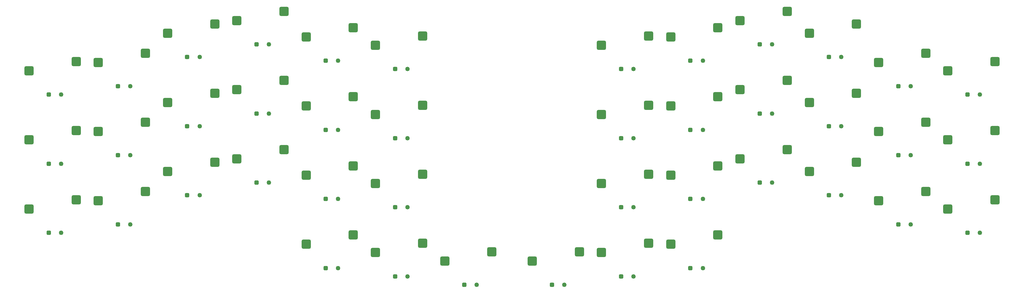
<source format=gbr>
%TF.GenerationSoftware,KiCad,Pcbnew,9.0.7*%
%TF.CreationDate,2026-02-08T19:38:27+03:00*%
%TF.ProjectId,mriya-pcb-1.1.3,6d726979-612d-4706-9362-2d312e312e33,1.1.3*%
%TF.SameCoordinates,Original*%
%TF.FileFunction,Paste,Bot*%
%TF.FilePolarity,Positive*%
%FSLAX46Y46*%
G04 Gerber Fmt 4.6, Leading zero omitted, Abs format (unit mm)*
G04 Created by KiCad (PCBNEW 9.0.7) date 2026-02-08 19:38:27*
%MOMM*%
%LPD*%
G01*
G04 APERTURE LIST*
G04 Aperture macros list*
%AMRoundRect*
0 Rectangle with rounded corners*
0 $1 Rounding radius*
0 $2 $3 $4 $5 $6 $7 $8 $9 X,Y pos of 4 corners*
0 Add a 4 corners polygon primitive as box body*
4,1,4,$2,$3,$4,$5,$6,$7,$8,$9,$2,$3,0*
0 Add four circle primitives for the rounded corners*
1,1,$1+$1,$2,$3*
1,1,$1+$1,$4,$5*
1,1,$1+$1,$6,$7*
1,1,$1+$1,$8,$9*
0 Add four rect primitives between the rounded corners*
20,1,$1+$1,$2,$3,$4,$5,0*
20,1,$1+$1,$4,$5,$6,$7,0*
20,1,$1+$1,$6,$7,$8,$9,0*
20,1,$1+$1,$8,$9,$2,$3,0*%
G04 Aperture macros list end*
%ADD10RoundRect,0.400000X0.875000X0.850000X-0.875000X0.850000X-0.875000X-0.850000X0.875000X-0.850000X0*%
%ADD11RoundRect,0.300000X-0.300000X-0.300000X0.300000X-0.300000X0.300000X0.300000X-0.300000X0.300000X0*%
%ADD12C,1.250000*%
G04 APERTURE END LIST*
D10*
%TO.C,SW25*%
X237915000Y-42960000D03*
X250842000Y-40420000D03*
%TD*%
%TO.C,SW18*%
X137915000Y-87760000D03*
X150842000Y-85220000D03*
%TD*%
%TO.C,SW20*%
X137915000Y-106760000D03*
X150842000Y-104220000D03*
%TD*%
%TO.C,SW5*%
X118915000Y-47460000D03*
X131842000Y-44920000D03*
%TD*%
%TO.C,SW12*%
X137915000Y-68760000D03*
X150842000Y-66220000D03*
%TD*%
%TO.C,SW28*%
X294915000Y-75760000D03*
X307842000Y-73220000D03*
%TD*%
%TO.C,SW7*%
X42915000Y-75760000D03*
X55842000Y-73220000D03*
%TD*%
%TO.C,SW36*%
X256915000Y-84460000D03*
X269842000Y-81920000D03*
%TD*%
%TO.C,SW29*%
X275915000Y-73460000D03*
X288842000Y-70920000D03*
%TD*%
%TO.C,SW9*%
X80915000Y-65460000D03*
X93842000Y-62920000D03*
%TD*%
%TO.C,SW19*%
X118915000Y-104460000D03*
X131842000Y-101920000D03*
%TD*%
%TO.C,SW3*%
X80915000Y-46460000D03*
X93842000Y-43920000D03*
%TD*%
%TO.C,SW27*%
X199915000Y-49760000D03*
X212842000Y-47220000D03*
%TD*%
%TO.C,SW11*%
X118915000Y-66460000D03*
X131842000Y-63920000D03*
%TD*%
%TO.C,SW38*%
X218915000Y-85460000D03*
X231842000Y-82920000D03*
%TD*%
%TO.C,SW37*%
X237915000Y-80960000D03*
X250842000Y-78420000D03*
%TD*%
%TO.C,SW26*%
X218915000Y-47460000D03*
X231842000Y-44920000D03*
%TD*%
%TO.C,SW41*%
X199915000Y-106760000D03*
X212842000Y-104220000D03*
%TD*%
%TO.C,SW31*%
X237915000Y-61960000D03*
X250842000Y-59420000D03*
%TD*%
%TO.C,SW1*%
X42915000Y-56760000D03*
X55842000Y-54220000D03*
%TD*%
%TO.C,SW4*%
X99915000Y-42960000D03*
X112842000Y-40420000D03*
%TD*%
%TO.C,SW40*%
X218915000Y-104460000D03*
X231842000Y-101920000D03*
%TD*%
%TO.C,SW2*%
X61915000Y-54460000D03*
X74842000Y-51920000D03*
%TD*%
%TO.C,SW13*%
X42915000Y-94760000D03*
X55842000Y-92220000D03*
%TD*%
%TO.C,SW35*%
X275915000Y-92460000D03*
X288842000Y-89920000D03*
%TD*%
%TO.C,SW10*%
X99915000Y-61960000D03*
X112842000Y-59420000D03*
%TD*%
%TO.C,SW21*%
X156915000Y-109060000D03*
X169842000Y-106520000D03*
%TD*%
%TO.C,SW22*%
X294915000Y-56760000D03*
X307842000Y-54220000D03*
%TD*%
%TO.C,SW6*%
X137915000Y-49760000D03*
X150842000Y-47220000D03*
%TD*%
%TO.C,SW34*%
X294915000Y-94760000D03*
X307842000Y-92220000D03*
%TD*%
%TO.C,SW42*%
X180915000Y-109060000D03*
X193842000Y-106520000D03*
%TD*%
%TO.C,SW8*%
X61915000Y-73460000D03*
X74842000Y-70920000D03*
%TD*%
%TO.C,SW30*%
X256915000Y-65460000D03*
X269842000Y-62920000D03*
%TD*%
%TO.C,SW15*%
X80915000Y-84460000D03*
X93842000Y-81920000D03*
%TD*%
%TO.C,SW17*%
X118915000Y-85460000D03*
X131842000Y-82920000D03*
%TD*%
%TO.C,SW23*%
X275915000Y-54460000D03*
X288842000Y-51920000D03*
%TD*%
%TO.C,SW32*%
X218915000Y-66460000D03*
X231842000Y-63920000D03*
%TD*%
%TO.C,SW14*%
X61915000Y-92460000D03*
X74842000Y-89920000D03*
%TD*%
%TO.C,SW24*%
X256915000Y-46460000D03*
X269842000Y-43920000D03*
%TD*%
%TO.C,SW39*%
X199915000Y-87760000D03*
X212842000Y-85220000D03*
%TD*%
%TO.C,SW16*%
X99915000Y-80960000D03*
X112842000Y-78420000D03*
%TD*%
%TO.C,SW33*%
X199915000Y-68760000D03*
X212842000Y-66220000D03*
%TD*%
D11*
%TO.C,D35*%
X281300000Y-99000000D03*
D12*
X284700000Y-99000000D03*
%TD*%
D11*
%TO.C,D36*%
X262300000Y-91000000D03*
D12*
X265700000Y-91000000D03*
%TD*%
D11*
%TO.C,D24*%
X262300000Y-53000000D03*
D12*
X265700000Y-53000000D03*
%TD*%
D11*
%TO.C,D27*%
X205300000Y-56300000D03*
D12*
X208700000Y-56300000D03*
%TD*%
D11*
%TO.C,D5*%
X124300000Y-54000000D03*
D12*
X127700000Y-54000000D03*
%TD*%
D11*
%TO.C,D20*%
X143300000Y-113300000D03*
D12*
X146700000Y-113300000D03*
%TD*%
D11*
%TO.C,D42*%
X186300000Y-115600000D03*
D12*
X189700000Y-115600000D03*
%TD*%
D11*
%TO.C,D19*%
X124300000Y-111000000D03*
D12*
X127700000Y-111000000D03*
%TD*%
D11*
%TO.C,D34*%
X300300000Y-101300000D03*
D12*
X303700000Y-101300000D03*
%TD*%
D11*
%TO.C,D14*%
X67300000Y-99000000D03*
D12*
X70700000Y-99000000D03*
%TD*%
D11*
%TO.C,D15*%
X86300000Y-91000000D03*
D12*
X89700000Y-91000000D03*
%TD*%
D11*
%TO.C,D39*%
X205300000Y-94300000D03*
D12*
X208700000Y-94300000D03*
%TD*%
D11*
%TO.C,D40*%
X224300000Y-111000000D03*
D12*
X227700000Y-111000000D03*
%TD*%
D11*
%TO.C,D4*%
X105300000Y-49500000D03*
D12*
X108700000Y-49500000D03*
%TD*%
D11*
%TO.C,D18*%
X143300000Y-94300000D03*
D12*
X146700000Y-94300000D03*
%TD*%
D11*
%TO.C,D9*%
X86300000Y-72000000D03*
D12*
X89700000Y-72000000D03*
%TD*%
D11*
%TO.C,D10*%
X105300000Y-68500000D03*
D12*
X108700000Y-68500000D03*
%TD*%
D11*
%TO.C,D32*%
X224300000Y-73000000D03*
D12*
X227700000Y-73000000D03*
%TD*%
D11*
%TO.C,D28*%
X300300000Y-82300000D03*
D12*
X303700000Y-82300000D03*
%TD*%
D11*
%TO.C,D30*%
X262300000Y-72000000D03*
D12*
X265700000Y-72000000D03*
%TD*%
D11*
%TO.C,D16*%
X105300000Y-87500000D03*
D12*
X108700000Y-87500000D03*
%TD*%
D11*
%TO.C,D8*%
X67300000Y-80000000D03*
D12*
X70700000Y-80000000D03*
%TD*%
D11*
%TO.C,D11*%
X124300000Y-73000000D03*
D12*
X127700000Y-73000000D03*
%TD*%
D11*
%TO.C,D38*%
X224300000Y-92000000D03*
D12*
X227700000Y-92000000D03*
%TD*%
D11*
%TO.C,D29*%
X281300000Y-80000000D03*
D12*
X284700000Y-80000000D03*
%TD*%
D11*
%TO.C,D31*%
X243300000Y-68500000D03*
D12*
X246700000Y-68500000D03*
%TD*%
D11*
%TO.C,D41*%
X205300000Y-113300000D03*
D12*
X208700000Y-113300000D03*
%TD*%
D11*
%TO.C,D7*%
X48300000Y-82300000D03*
D12*
X51700000Y-82300000D03*
%TD*%
D11*
%TO.C,D23*%
X281300000Y-61000000D03*
D12*
X284700000Y-61000000D03*
%TD*%
D11*
%TO.C,D1*%
X48300000Y-63300000D03*
D12*
X51700000Y-63300000D03*
%TD*%
D11*
%TO.C,D22*%
X300300000Y-63300000D03*
D12*
X303700000Y-63300000D03*
%TD*%
D11*
%TO.C,D17*%
X124300000Y-92000000D03*
D12*
X127700000Y-92000000D03*
%TD*%
D11*
%TO.C,D37*%
X243300000Y-87500000D03*
D12*
X246700000Y-87500000D03*
%TD*%
D11*
%TO.C,D26*%
X224300000Y-54000000D03*
D12*
X227700000Y-54000000D03*
%TD*%
D11*
%TO.C,D25*%
X243300000Y-49500000D03*
D12*
X246700000Y-49500000D03*
%TD*%
D11*
%TO.C,D2*%
X67300000Y-61000000D03*
D12*
X70700000Y-61000000D03*
%TD*%
D11*
%TO.C,D3*%
X86300000Y-53000000D03*
D12*
X89700000Y-53000000D03*
%TD*%
D11*
%TO.C,D21*%
X162300000Y-115600000D03*
D12*
X165700000Y-115600000D03*
%TD*%
D11*
%TO.C,D12*%
X143300000Y-75300000D03*
D12*
X146700000Y-75300000D03*
%TD*%
D11*
%TO.C,D13*%
X48300000Y-101300000D03*
D12*
X51700000Y-101300000D03*
%TD*%
D11*
%TO.C,D33*%
X205300000Y-75300000D03*
D12*
X208700000Y-75300000D03*
%TD*%
D11*
%TO.C,D6*%
X143300000Y-56300000D03*
D12*
X146700000Y-56300000D03*
%TD*%
M02*

</source>
